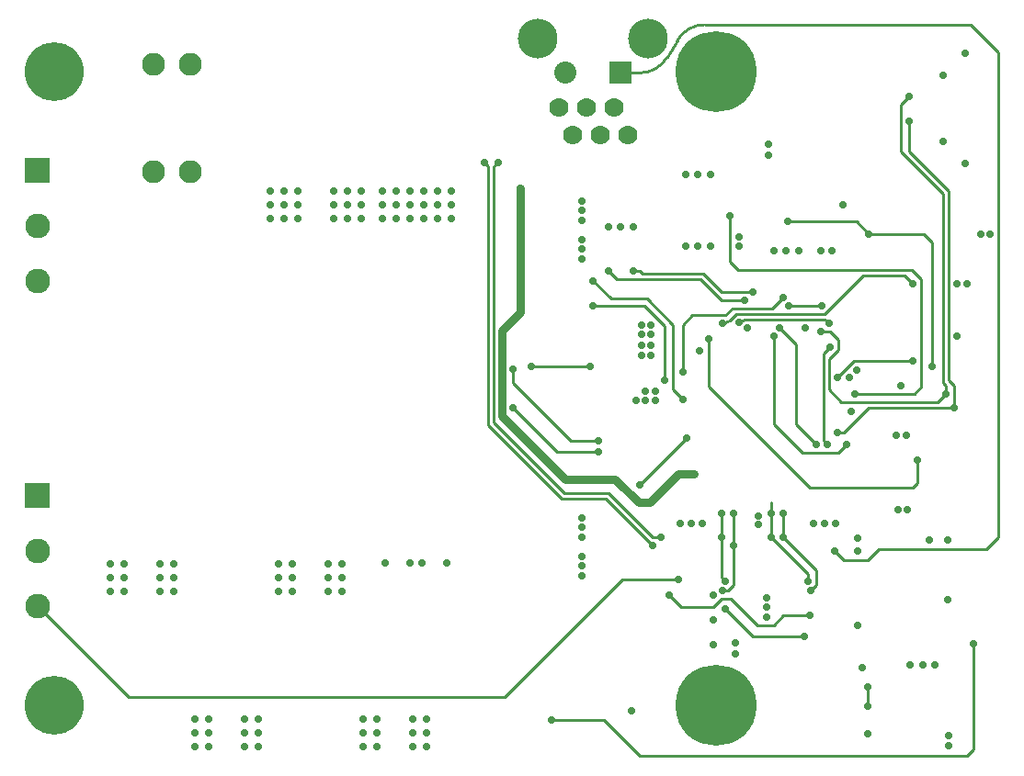
<source format=gbr>
G04 start of page 5 for group 3 idx 1 *
G04 Title: (unknown), solder *
G04 Creator: pcb 20140316 *
G04 CreationDate: Wed 23 Jan 2019 04:12:56 AM GMT UTC *
G04 For: railfan *
G04 Format: Gerber/RS-274X *
G04 PCB-Dimensions (mil): 4000.00 2950.00 *
G04 PCB-Coordinate-Origin: lower left *
%MOIN*%
%FSLAX25Y25*%
%LNBOTTOM*%
%ADD111C,0.0935*%
%ADD110C,0.0390*%
%ADD109C,0.1280*%
%ADD108C,0.0480*%
%ADD107C,0.1285*%
%ADD106C,0.0550*%
%ADD105C,0.0630*%
%ADD104C,0.0120*%
%ADD103C,0.0280*%
%ADD102C,0.0700*%
%ADD101C,0.0800*%
%ADD100C,0.1440*%
%ADD99C,0.2937*%
%ADD98C,0.2137*%
%ADD97C,0.0900*%
%ADD96C,0.0001*%
%ADD95C,0.0830*%
%ADD94C,0.0300*%
%ADD93C,0.0100*%
G54D93*X311000Y208000D02*X336000D01*
X290000Y193500D02*Y210000D01*
X267459Y267750D02*X271041Y273750D01*
X377500Y279500D02*X281000D01*
X257500Y262000D02*X250500D01*
X335000Y157500D02*X356500D01*
X335500Y145500D02*X357000D01*
X359500Y148000D01*
X365500Y142500D02*X368500Y145500D01*
X367500Y149500D02*X368500Y148500D01*
Y145500D01*
X369500Y150500D02*X371500Y148500D01*
Y140500D01*
X359500Y148000D02*Y187000D01*
X330500Y142500D02*X365500D01*
X340500Y140500D02*X371500D01*
X336000Y208000D02*X340500Y203500D01*
X338500Y188500D02*X353500D01*
X356500Y185500D01*
X369500Y219000D02*X355000Y233500D01*
Y244500D01*
Y253500D02*X352000Y250500D01*
Y233500D01*
X367500Y218000D01*
X387500Y269500D02*X377500Y279500D01*
X359500Y187000D02*X356000Y190500D01*
X367500Y218000D02*Y149500D01*
X360500Y203500D02*X363500Y200500D01*
Y155500D01*
X383000Y89000D02*X344000D01*
X369500Y219000D02*Y150500D01*
X387500Y269500D02*Y93500D01*
X383000Y89000D01*
X340500Y203500D02*X360500D01*
X329000Y151500D02*X335000Y157500D01*
X326000Y158000D02*Y147000D01*
X314000Y163500D02*Y134500D01*
X306000Y166500D02*Y134500D01*
X324000Y160000D02*X326500Y162500D01*
X326000Y147000D02*X330500Y142500D01*
X331600Y131600D02*X340500Y140500D01*
X324000Y128500D02*Y160000D01*
X326000Y158000D02*X329500Y161500D01*
Y165000D01*
G54D94*X271500Y116500D02*X277000D01*
G54D93*X338500Y188500D02*X324500Y174500D01*
X329500Y165000D02*X326500Y168000D01*
X324500Y172500D02*X326000Y171000D01*
X356000Y190500D02*X293000D01*
X290000Y193500D01*
X291000Y176500D02*X305500D01*
X287000Y182500D02*X298500D01*
X287000Y179500D02*X295500D01*
X292500Y174500D02*X324500D01*
X323500Y177500D02*X311500D01*
X308000Y169500D02*X314000Y163500D01*
X295500Y172500D02*X293500Y171500D01*
X305500Y176500D02*X309500Y180500D01*
X295500Y172500D02*X324500D01*
X326500Y168000D02*X323000D01*
X290000Y172000D02*X287500Y171000D01*
X240500Y177500D02*X259000D01*
X240500Y186500D02*X247000Y180000D01*
X260000D01*
X246000Y190000D02*X249000Y187000D01*
X258500Y189000D02*X257500Y190000D01*
X255000D01*
X266500Y170000D02*Y150453D01*
X269500Y170500D02*Y147000D01*
X273000Y143500D01*
Y153500D02*Y170500D01*
X282500Y148000D02*Y165500D01*
X259000Y177500D02*X266500Y170000D01*
X260000Y180000D02*X269500Y170500D01*
X249000Y187000D02*X279500D01*
X280500Y189000D02*X258500D01*
X276500Y174000D02*X273000Y170500D01*
X279500Y187000D02*X287000Y179500D01*
X288500Y174000D02*X276500D01*
X290000Y172000D02*X292500Y174500D01*
X288500Y174000D02*X291000Y176500D01*
X287000Y182500D02*X280500Y189000D01*
X218000Y155500D02*X239500D01*
X211500Y140500D02*X227500Y124500D01*
X232500Y128500D02*X211500Y149500D01*
Y154500D01*
X227500Y124500D02*X242500D01*
G54D94*X230500Y114500D02*X248500D01*
G54D93*X246000Y109500D02*X230000D01*
X245000Y107500D02*X229000D01*
X242500Y128500D02*X232500D01*
G54D94*X230500Y114500D02*X207500Y137500D01*
G54D93*X230000Y109500D02*X204500Y135000D01*
X229000Y107500D02*X202500Y134000D01*
G54D94*X207500Y137500D02*Y168500D01*
G54D93*X202500Y134000D02*Y228000D01*
X201000Y229500D01*
X204500Y135000D02*Y228000D01*
X206000Y229500D01*
G54D94*X207500Y168500D02*X214000Y175000D01*
Y220000D01*
X271500Y116500D02*X261000Y106000D01*
X248500Y114500D02*X257000Y106000D01*
X261000D01*
G54D93*X262000Y93500D02*X246000Y109500D01*
X262000Y93500D02*X265000D01*
X262000Y90500D02*X245000Y107500D01*
X274500Y129500D02*X257500Y112500D01*
X314000Y134500D02*X321500Y127000D01*
X306000Y134500D02*X316500Y124000D01*
X329500D01*
X332500Y127000D01*
X324000Y128500D02*X325500Y127000D01*
X329000Y131600D02*X331600D01*
X319000Y111500D02*X282500Y148000D01*
X305000Y106000D02*Y93500D01*
X287000Y102000D02*Y79000D01*
X331500Y85000D02*X328000Y88500D01*
X376000Y14000D02*X257500D01*
X208500Y35500D02*X72000D01*
X244500Y27000D02*X225500D01*
X244500D02*X257500Y14000D01*
X251000Y78000D02*X208500Y35500D01*
X72000D02*X39000Y68500D01*
X291500Y76000D02*X289500Y74000D01*
X287500D01*
X290500Y71000D02*X287000D01*
X284000Y68000D01*
X272500D01*
X268000Y72500D01*
X319000Y65047D02*X309547D01*
X306000Y61500D01*
X300000D01*
X290500Y71000D01*
X340000Y39126D02*Y32000D01*
X378500Y54874D02*Y16500D01*
X376000Y14000D01*
X319000Y111500D02*X356500D01*
X358000Y113000D01*
Y121500D01*
X287000Y79000D02*X288500Y77500D01*
X298500Y57500D02*X288500Y67500D01*
X271500Y78000D02*X251000D01*
X309500Y102000D02*Y93500D01*
X305000D02*X318500Y80000D01*
X309500Y93500D02*X321500Y81500D01*
X344000Y89000D02*X340000Y85000D01*
X331500D01*
X318500Y80000D02*Y77500D01*
X317000Y57500D02*X298500D01*
X321500Y81500D02*Y76000D01*
X319500Y74000D01*
X291500Y102000D02*Y76000D01*
X257500Y262000D02*G75*G03X267459Y267750I0J11500D01*G01*
X281000Y279500D02*G75*G03X271041Y273750I0J-11500D01*G01*
G54D95*X94400Y265000D03*
X81000D03*
X94400Y226000D03*
X81000D03*
G54D96*G36*
X34500Y231000D02*Y222000D01*
X43500D01*
Y231000D01*
X34500D01*
G37*
G54D97*X39000Y206500D03*
G54D98*X45000Y262500D03*
G54D96*G36*
X34500Y113000D02*Y104000D01*
X43500D01*
Y113000D01*
X34500D01*
G37*
G54D97*X39000Y186500D03*
Y88500D03*
Y68500D03*
G54D98*X45000Y32500D03*
G54D99*X285000D03*
Y262500D03*
G54D96*G36*
X246500Y266000D02*Y258000D01*
X254500D01*
Y266000D01*
X246500D01*
G37*
G54D100*X260500Y274500D03*
G54D101*X230500Y262000D03*
G54D100*X220500Y274500D03*
G54D102*X253000Y239500D03*
X248000Y249500D03*
X238000D03*
X228000D03*
X243000Y239500D03*
X233000D03*
G54D103*X189000Y209000D03*
Y214000D03*
Y219000D03*
X187500Y84000D03*
X174000Y209000D03*
X149500Y73900D03*
Y78900D03*
X144500D03*
X149500Y83900D03*
X144500D03*
Y73900D03*
X178500Y84000D03*
X174000D03*
X165000D03*
X180000Y27600D03*
Y22600D03*
Y17600D03*
X175000Y27600D03*
Y22600D03*
Y17600D03*
X119000Y27600D03*
X157000D03*
X162000D03*
X119000Y22600D03*
X157000D03*
X162000D03*
X119000Y17600D03*
X114000D03*
X96000D03*
X101000D03*
X157000D03*
X162000D03*
X114000Y27600D03*
X96000D03*
X101000D03*
X114000Y22600D03*
X96000D03*
X101000D03*
X184000Y219000D03*
Y214000D03*
Y209000D03*
X179000D03*
Y214000D03*
Y219000D03*
X174000D03*
X169000D03*
X164000D03*
X156500D03*
X174000Y214000D03*
X169000D03*
X164000D03*
X156500D03*
X169000Y209000D03*
X164000D03*
X156500D03*
X151500D03*
X146500D03*
X151500Y214000D03*
X146500D03*
X151500Y219000D03*
X146500D03*
X123500D03*
X128500D03*
X133500D03*
X123500Y214000D03*
X128500D03*
X133500D03*
X123500Y209000D03*
X128500D03*
X133500D03*
X88500Y73900D03*
X83500D03*
X65500D03*
X70500D03*
X126500D03*
X131500D03*
X88500Y78900D03*
X83500D03*
X65500D03*
X70500D03*
X126500D03*
X131500D03*
X88500Y83900D03*
X83500D03*
X65500D03*
X70500D03*
X126500D03*
X131500D03*
X236500Y194500D03*
X218000Y155500D03*
X236500Y201500D03*
Y208500D03*
Y212000D03*
X206000Y229500D03*
X201000D03*
X214000Y216500D03*
Y220000D03*
X211500Y140500D03*
Y154500D03*
X236500Y198000D03*
X242500Y124500D03*
Y128500D03*
X240500Y186500D03*
X239500Y155500D03*
X240500Y177500D03*
X246000Y190000D03*
X255000D03*
X256000Y143000D03*
X236500Y215500D03*
X274000Y225000D03*
X283000D03*
X278500D03*
X255000Y206000D03*
X274000Y199000D03*
X283000D03*
X290000Y210000D03*
X278500Y199000D03*
X246000Y206000D03*
X250500D03*
X293500Y171500D03*
X298500Y182500D03*
X295500Y179500D03*
X296400Y169500D03*
X287500Y171000D03*
X293500Y199000D03*
Y202500D03*
X279000Y161000D03*
X266500Y150453D03*
X273000Y143500D03*
Y153500D03*
X282500Y165500D03*
X274500Y129500D03*
X258000Y159500D03*
Y163000D03*
X261500Y159500D03*
Y163000D03*
X258000Y167000D03*
Y170500D03*
X261500Y167000D03*
Y170500D03*
X259500Y143000D03*
Y146500D03*
X263000Y143000D03*
Y146500D03*
X236500Y100500D03*
Y97000D03*
Y93500D03*
Y86500D03*
Y83000D03*
Y79500D03*
X272000Y98500D03*
X276000D03*
X280000D03*
X277000Y116500D03*
X273500D03*
X262000Y90500D03*
X257500Y112500D03*
X265000Y93500D03*
X271500Y78000D03*
X268000Y72500D03*
X254500Y30500D03*
X225500Y27000D03*
X287000Y102000D03*
Y93500D03*
X288500Y77500D03*
X287500Y74000D03*
X291500Y102000D03*
Y90500D03*
X288500Y67500D03*
X292000Y55000D03*
Y51000D03*
X284000Y54500D03*
Y63500D03*
Y72500D03*
X334000Y139000D03*
X335500Y145500D03*
X329000Y151500D03*
X333500D03*
X336000Y154000D03*
X356500Y157500D03*
X308000Y169500D03*
X306000Y166500D03*
X323500Y177500D03*
X311500D03*
X354000Y130500D03*
X350500D03*
X352000Y148500D03*
X358000Y121500D03*
X372500Y166500D03*
X321500Y127000D03*
X325500D03*
X329000Y131600D03*
X309500Y93500D03*
X318500Y77500D03*
X336500Y88500D03*
X336457Y61500D03*
X336500Y93000D03*
X369224Y70957D03*
X369500Y21457D03*
Y17957D03*
X317000Y57500D03*
X364500Y47000D03*
X378500Y54874D03*
X360000Y47000D03*
X338000Y46000D03*
X340000Y39126D03*
Y32000D03*
Y22000D03*
X355500Y47000D03*
X369000Y92500D03*
X362500D03*
X354500Y103500D03*
X351000D03*
X309500Y102000D03*
X328500Y98500D03*
X324500D03*
X320500D03*
X305000Y102000D03*
X300500Y98000D03*
Y101000D03*
X305000Y93500D03*
X303500Y68000D03*
Y71500D03*
Y64500D03*
X328000Y88500D03*
X319500Y74000D03*
X319000Y65047D03*
X356500Y185500D03*
X372500D03*
X376000D03*
X381000Y203500D03*
X384500D03*
X355000Y253500D03*
Y244500D03*
X367500Y237000D03*
Y261000D03*
X375500Y269000D03*
Y229000D03*
X371500Y140500D03*
X368500Y145500D03*
X363500Y155500D03*
X332500Y127000D03*
X326500Y162500D03*
X317500Y169500D03*
X323000Y168000D03*
X326000Y171000D03*
X340500Y203500D03*
X323000Y197500D03*
X327000D03*
X331043Y214000D03*
X311000Y208000D03*
X310500Y197500D03*
X315000D03*
X306000D03*
X309500Y180500D03*
X304000Y236000D03*
Y232000D03*
G54D104*G54D105*G54D106*G54D107*G54D106*G54D107*G54D108*G54D109*G54D108*G54D109*G54D94*G54D110*G54D94*G54D111*G54D110*M02*

</source>
